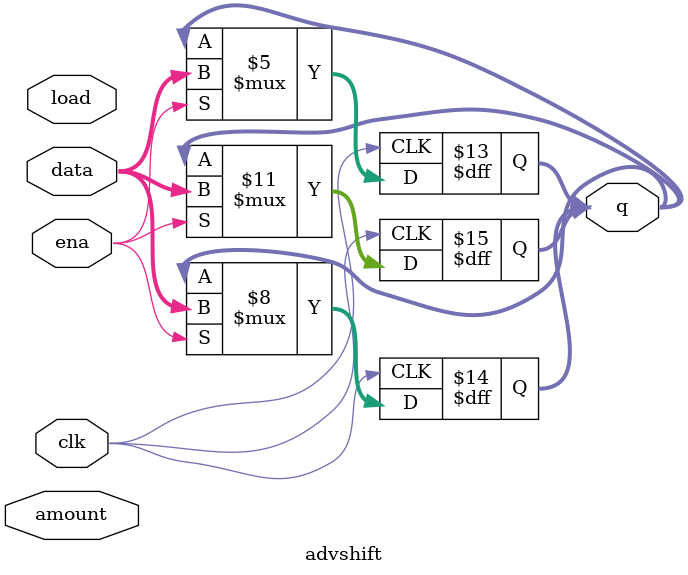
<source format=v>
module advshift(input clk,
input load,
input ena,
input [1:0] amount,
input [63:0] data,
output reg [63:0] q); 
// when load is high, assign data[63:0] to shift register q.
// if ena is high, shift q.
// amount: Chooses which direction and how much to shift.
// 2'b00: shift left by 1 bit.
// 2'b01: shift left by 8 bits.
// 2'b10: shift right by 1 bit.
// 2'b11: shift right by 8 bits.


// The following is a complete register implementation of the above design.
reg [63:0] q;
always @(posedge clk) begin
  if (ena) begin
    q <= data[63:0];
    if (load) begin
      q <= data[63:0];
    end
  end
end

// A complete register implementation of the above design.
reg [63:0] q;
always @(posedge clk) begin
  if (ena) begin
    q <= data[63:0];
    if (load) begin
      q <= data[63:0];
    end
  end
end

always @(posedge clk) begin
  if (ena) begin
    q <= data[63:0];
    if (load) begin
      q <= data[63:0];
    end
  end
end
endmodule

</source>
